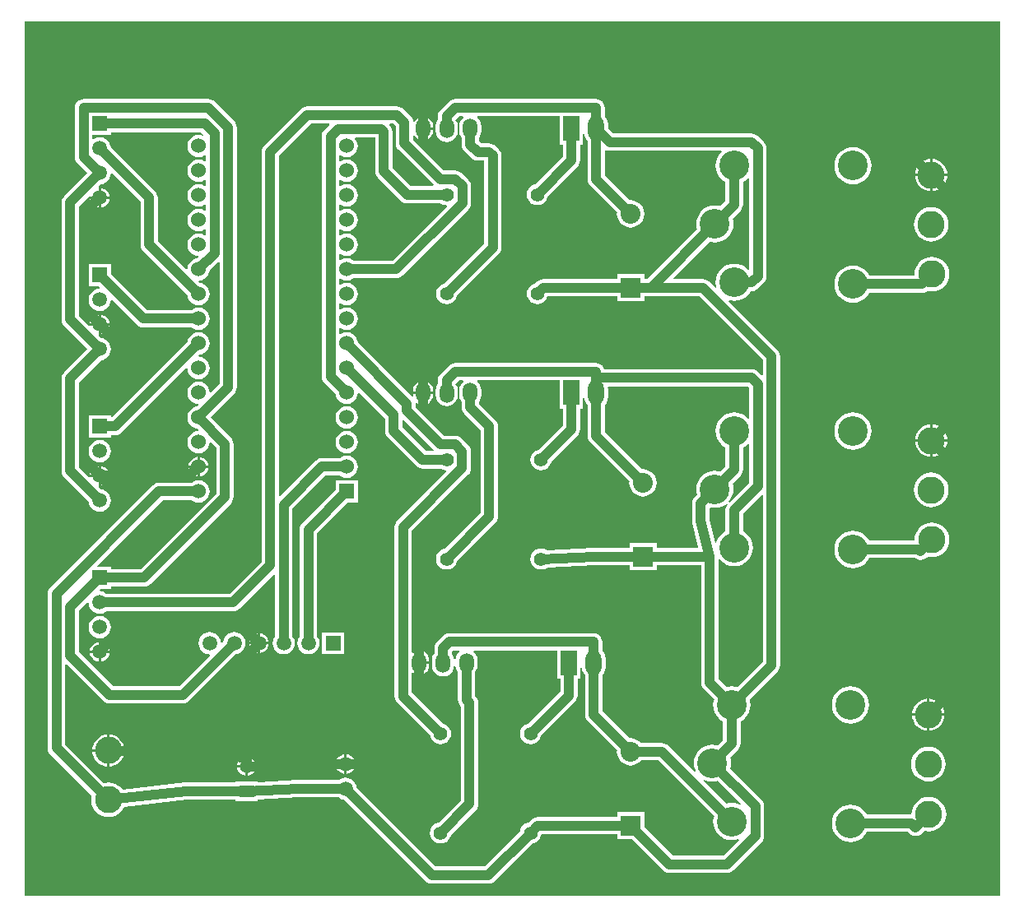
<source format=gbr>
G04*
G04 #@! TF.GenerationSoftware,Altium Limited,Altium Designer,23.2.1 (34)*
G04*
G04 Layer_Physical_Order=2*
G04 Layer_Color=16711680*
%FSTAX24Y24*%
%MOIN*%
G70*
G04*
G04 #@! TF.SameCoordinates,BC3F6091-25B6-48BF-90D5-32B1282762A0*
G04*
G04*
G04 #@! TF.FilePolarity,Positive*
G04*
G01*
G75*
%ADD33C,0.0800*%
%ADD34R,0.0800X0.0800*%
%ADD35C,0.1100*%
%ADD36C,0.0551*%
%ADD37O,0.0650X0.1000*%
%ADD38R,0.0650X0.1000*%
%ADD39C,0.0591*%
%ADD40R,0.0591X0.0512*%
%ADD41O,0.0591X0.0512*%
%ADD42C,0.0598*%
%ADD43R,0.0598X0.0598*%
%ADD44C,0.1200*%
%ADD45R,0.0591X0.0591*%
%ADD46C,0.0600*%
%ADD47R,0.0600X0.0600*%
%ADD48O,0.0591X0.0787*%
%ADD49O,0.0591X0.0787*%
%ADD50C,0.0400*%
G36*
X05205Y01315D02*
X01255D01*
Y0486D01*
X05205D01*
Y01315D01*
D02*
G37*
%LPC*%
G36*
X028745Y04475D02*
Y044309D01*
X029094D01*
Y044358D01*
X02908Y044461D01*
X029041Y044557D01*
X028977Y04464D01*
X028895Y044703D01*
X028798Y044743D01*
X028745Y04475D01*
D02*
G37*
G36*
X029094Y044209D02*
X028745D01*
Y043769D01*
X028798Y043776D01*
X028895Y043816D01*
X028977Y043879D01*
X029041Y043962D01*
X02908Y044058D01*
X029094Y044161D01*
Y044209D01*
D02*
G37*
G36*
X0357Y045453D02*
X03D01*
X029909Y045441D01*
X029823Y045406D01*
X02975Y04535D01*
X0294Y045D01*
X029344Y044927D01*
X029309Y044841D01*
X029297Y04475D01*
Y04462D01*
X029261Y044573D01*
X029216Y044465D01*
X029201Y044348D01*
Y044152D01*
X029216Y044035D01*
X029261Y043927D01*
X029332Y043834D01*
X029425Y043763D01*
X029534Y043718D01*
X02965Y043702D01*
X029766Y043718D01*
X029875Y043763D01*
X029968Y043834D01*
X030039Y043927D01*
X030084Y044035D01*
X030099Y044152D01*
Y044348D01*
X030084Y044465D01*
X030039Y044573D01*
X03001Y044611D01*
X030146Y044747D01*
X030298D01*
X030315Y044697D01*
X030287Y044675D01*
X030216Y044582D01*
X030171Y044474D01*
X030156Y044358D01*
Y044161D01*
X030171Y044045D01*
X030216Y043936D01*
X030252Y04389D01*
Y043613D01*
X030264Y043522D01*
X030299Y043437D01*
X030355Y043364D01*
X030665Y043054D01*
X030738Y042998D01*
X030823Y042963D01*
X030914Y042951D01*
X030914Y042951D01*
X031168D01*
Y039579D01*
X029569Y037981D01*
X029539Y037977D01*
X029435Y037934D01*
X029346Y037866D01*
X029278Y037777D01*
X029235Y037673D01*
X029221Y037562D01*
X029235Y037451D01*
X029278Y037348D01*
X029346Y037259D01*
X029435Y037191D01*
X029539Y037148D01*
X02965Y037133D01*
X029761Y037148D01*
X029865Y037191D01*
X029954Y037259D01*
X030022Y037348D01*
X030065Y037451D01*
X030069Y037482D01*
X03177Y039184D01*
X031827Y039257D01*
X031862Y039342D01*
X031874Y039433D01*
Y043159D01*
X031874Y043159D01*
X031862Y04325D01*
X031827Y043335D01*
X03177Y043408D01*
X031625Y043553D01*
X031552Y043609D01*
X031467Y043645D01*
X031376Y043657D01*
X03106D01*
X030958Y043759D01*
Y04389D01*
X030994Y043936D01*
X031039Y044045D01*
X031054Y044161D01*
Y044358D01*
X031039Y044474D01*
X030994Y044582D01*
X030922Y044675D01*
X030894Y044697D01*
X030911Y044747D01*
X034225D01*
Y0436D01*
X034347D01*
Y043101D01*
X033243Y041997D01*
X033213Y041993D01*
X033109Y04195D01*
X03302Y041882D01*
X032952Y041793D01*
X032909Y041689D01*
X032894Y041578D01*
X032909Y041467D01*
X032952Y041364D01*
X03302Y041275D01*
X033109Y041206D01*
X033213Y041164D01*
X033324Y041149D01*
X033435Y041164D01*
X033538Y041206D01*
X033627Y041275D01*
X033695Y041364D01*
X033738Y041467D01*
X033742Y041498D01*
X03495Y042705D01*
X035006Y042778D01*
X035041Y042863D01*
X035053Y042955D01*
Y0436D01*
X035175D01*
Y044041D01*
X035225Y044044D01*
X035237Y043951D01*
X035285Y043835D01*
X035347Y043755D01*
Y0422D01*
X035359Y042109D01*
X035394Y042023D01*
X03545Y04195D01*
X036552Y040849D01*
X036545Y0408D01*
X036564Y040656D01*
X03662Y040523D01*
X036708Y040408D01*
X036823Y04032D01*
X036956Y040264D01*
X0371Y040245D01*
X037244Y040264D01*
X037377Y04032D01*
X037492Y040408D01*
X03758Y040523D01*
X037636Y040656D01*
X037655Y0408D01*
X037636Y040944D01*
X03758Y041077D01*
X037492Y041192D01*
X037377Y04128D01*
X037244Y041336D01*
X0371Y041355D01*
X037051Y041348D01*
X036053Y042346D01*
Y043349D01*
X036103Y043382D01*
X036159Y043359D01*
X03625Y043347D01*
X040768D01*
X040785Y0433D01*
X040764Y043283D01*
X04067Y043169D01*
X040601Y043038D01*
X040558Y042897D01*
X040543Y04275D01*
X040558Y042603D01*
X040601Y042462D01*
X04067Y042331D01*
X040764Y042217D01*
X040878Y042123D01*
X040944Y042088D01*
Y041321D01*
X040728Y041105D01*
X040656Y041127D01*
X040509Y041141D01*
X040362Y041127D01*
X040221Y041084D01*
X040091Y041014D01*
X039977Y040921D01*
X039883Y040806D01*
X039813Y040676D01*
X03977Y040535D01*
X039756Y040388D01*
X03977Y040241D01*
X039792Y04017D01*
X037775Y038153D01*
X03765D01*
Y03835D01*
X03655D01*
Y038153D01*
X033561D01*
X03347Y038141D01*
X033385Y038106D01*
X033312Y03805D01*
X033243Y037981D01*
X033213Y037977D01*
X033109Y037934D01*
X03302Y037866D01*
X032952Y037777D01*
X032909Y037673D01*
X032894Y037562D01*
X032909Y037451D01*
X032952Y037348D01*
X03302Y037259D01*
X033109Y037191D01*
X033213Y037148D01*
X033324Y037133D01*
X033435Y037148D01*
X033538Y037191D01*
X033627Y037259D01*
X033695Y037348D01*
X033736Y037447D01*
X03655D01*
Y03725D01*
X03765D01*
Y037447D01*
X039884D01*
X042447Y034884D01*
Y034278D01*
X042401Y034258D01*
X04225Y03441D01*
X042177Y034466D01*
X042091Y034501D01*
X042Y034513D01*
X036032D01*
X036006Y034577D01*
X03595Y03465D01*
X035877Y034706D01*
X035791Y034741D01*
X0357Y034753D01*
X03D01*
X029909Y034741D01*
X029823Y034706D01*
X02975Y03465D01*
X0294Y0343D01*
X029344Y034227D01*
X029309Y034141D01*
X029297Y03405D01*
Y033916D01*
X029261Y033869D01*
X029216Y033761D01*
X029201Y033645D01*
Y033448D01*
X029216Y033332D01*
X029261Y033224D01*
X029332Y03313D01*
X029425Y033059D01*
X029534Y033014D01*
X02965Y032999D01*
X029766Y033014D01*
X029875Y033059D01*
X029968Y03313D01*
X030039Y033224D01*
X030084Y033332D01*
X030099Y033448D01*
Y033645D01*
X030084Y033761D01*
X030039Y033869D01*
X030008Y033909D01*
X030146Y034047D01*
X030303D01*
X03032Y033997D01*
X030287Y033972D01*
X030216Y033879D01*
X030171Y033771D01*
X030156Y033654D01*
Y033457D01*
X030171Y033341D01*
X030216Y033233D01*
X030252Y033186D01*
Y03296D01*
X030264Y032869D01*
X030299Y032783D01*
X030355Y03271D01*
X031023Y032043D01*
Y028684D01*
X029569Y027231D01*
X029539Y027227D01*
X029435Y027184D01*
X029346Y027116D01*
X029278Y027027D01*
X029235Y026923D01*
X029221Y026812D01*
X029235Y026701D01*
X029278Y026598D01*
X029346Y026509D01*
X029435Y026441D01*
X029539Y026398D01*
X02965Y026383D01*
X029761Y026398D01*
X029865Y026441D01*
X029954Y026509D01*
X030022Y026598D01*
X030065Y026701D01*
X030069Y026732D01*
X031625Y028288D01*
X031681Y028361D01*
X031717Y028447D01*
X031729Y028538D01*
Y032189D01*
X031717Y03228D01*
X031681Y032366D01*
X031625Y032439D01*
X030958Y033106D01*
Y033186D01*
X030994Y033233D01*
X031039Y033341D01*
X031054Y033457D01*
Y033654D01*
X031039Y033771D01*
X030994Y033879D01*
X030922Y033972D01*
X03089Y033997D01*
X030907Y034047D01*
X034225D01*
Y0329D01*
X034347D01*
Y032201D01*
X033393Y031247D01*
X033363Y031243D01*
X033259Y0312D01*
X03317Y031132D01*
X033102Y031043D01*
X033059Y030939D01*
X033044Y030828D01*
X033059Y030717D01*
X033102Y030614D01*
X03317Y030525D01*
X033259Y030456D01*
X033363Y030414D01*
X033474Y030399D01*
X033585Y030414D01*
X033688Y030456D01*
X033777Y030525D01*
X033845Y030614D01*
X033888Y030717D01*
X033892Y030748D01*
X03495Y031805D01*
X035006Y031878D01*
X035041Y031963D01*
X035053Y032055D01*
Y0329D01*
X035175D01*
Y033341D01*
X035225Y033344D01*
X035237Y033251D01*
X035285Y033135D01*
X035347Y033055D01*
Y0318D01*
X035359Y031709D01*
X035394Y031623D01*
X03545Y03155D01*
X037052Y029949D01*
X037045Y0299D01*
X037064Y029756D01*
X03712Y029623D01*
X037208Y029508D01*
X037323Y02942D01*
X037456Y029364D01*
X0376Y029345D01*
X037744Y029364D01*
X037877Y02942D01*
X037992Y029508D01*
X03808Y029623D01*
X038136Y029756D01*
X038155Y0299D01*
X038136Y030044D01*
X03808Y030177D01*
X037992Y030292D01*
X037877Y03038D01*
X037744Y030436D01*
X0376Y030455D01*
X037551Y030448D01*
X036053Y031946D01*
Y033055D01*
X036115Y033135D01*
X036163Y033251D01*
X036179Y033375D01*
Y033725D01*
X036173Y033769D01*
X036206Y033807D01*
X041854D01*
X041897Y033764D01*
Y032525D01*
X04185Y032508D01*
X04183Y032533D01*
X041716Y032627D01*
X041585Y032696D01*
X041444Y032739D01*
X041297Y032754D01*
X04115Y032739D01*
X041008Y032696D01*
X040878Y032627D01*
X040764Y032533D01*
X04067Y032419D01*
X040601Y032288D01*
X040558Y032147D01*
X040543Y032D01*
X040558Y031853D01*
X040601Y031712D01*
X04067Y031581D01*
X040764Y031467D01*
X040878Y031373D01*
X040944Y031338D01*
Y030571D01*
X040728Y030355D01*
X040656Y030377D01*
X040509Y030391D01*
X040362Y030377D01*
X040221Y030334D01*
X040091Y030264D01*
X039977Y030171D01*
X039883Y030056D01*
X039813Y029926D01*
X03977Y029785D01*
X039756Y029638D01*
X03977Y029491D01*
X039792Y02942D01*
X03969Y029318D01*
X039634Y029245D01*
X039599Y02916D01*
X039587Y029068D01*
Y028351D01*
X039593Y028308D01*
X039597Y028266D01*
X039839Y027292D01*
X039808Y027253D01*
X03815D01*
Y02745D01*
X03705D01*
Y027253D01*
X035628D01*
X03562Y027252D01*
X035613Y027253D01*
X0337Y027175D01*
X033688Y027184D01*
X033585Y027227D01*
X033474Y027242D01*
X033363Y027227D01*
X033259Y027184D01*
X03317Y027116D01*
X033102Y027027D01*
X033059Y026923D01*
X033044Y026812D01*
X033059Y026701D01*
X033102Y026598D01*
X03317Y026509D01*
X033259Y026441D01*
X033363Y026398D01*
X033474Y026383D01*
X033585Y026398D01*
X033688Y026441D01*
X033726Y026469D01*
X035635Y026547D01*
X03705D01*
Y02635D01*
X03815D01*
Y026547D01*
X039947D01*
Y021797D01*
X039959Y021705D01*
X039994Y02162D01*
X04005Y021547D01*
X040479Y021118D01*
X040458Y021047D01*
X040443Y0209D01*
X040458Y020753D01*
X040501Y020612D01*
X04057Y020481D01*
X040664Y020367D01*
X040778Y020273D01*
X040844Y020238D01*
Y019471D01*
X040628Y019255D01*
X040556Y019277D01*
X040409Y019291D01*
X040262Y019277D01*
X040121Y019234D01*
X039991Y019164D01*
X039877Y019071D01*
X039783Y018956D01*
X039713Y018826D01*
X03967Y018685D01*
X039656Y018538D01*
X03967Y018391D01*
X039713Y018249D01*
X039736Y018206D01*
X039696Y018176D01*
X038622Y01925D01*
X038549Y019306D01*
X038464Y019341D01*
X038372Y019353D01*
X037522D01*
X037492Y019392D01*
X037377Y01948D01*
X037244Y019536D01*
X0371Y019555D01*
X037051Y019548D01*
X035953Y020646D01*
Y022105D01*
X036015Y022185D01*
X036063Y022301D01*
X036079Y022425D01*
Y022775D01*
X036063Y022899D01*
X036015Y023015D01*
X035953Y023095D01*
Y02345D01*
X035941Y023541D01*
X035906Y023627D01*
X03585Y0237D01*
X035777Y023756D01*
X035691Y023791D01*
X0356Y023803D01*
X02975D01*
X029659Y023791D01*
X029573Y023756D01*
X0295Y0237D01*
X02925Y02345D01*
X029194Y023377D01*
X029159Y023291D01*
X029147Y0232D01*
Y02297D01*
X029111Y022923D01*
X029066Y022815D01*
X029051Y022698D01*
Y022502D01*
X029066Y022385D01*
X029111Y022277D01*
X029182Y022184D01*
X029275Y022113D01*
X029384Y022068D01*
X0295Y022052D01*
X029616Y022068D01*
X029725Y022113D01*
X029818Y022184D01*
X029889Y022277D01*
X029934Y022385D01*
X029949Y022502D01*
Y022698D01*
X029934Y022815D01*
X029889Y022923D01*
X029853Y02297D01*
Y023054D01*
X029896Y023097D01*
X030148D01*
X030165Y023047D01*
X030137Y023025D01*
X030066Y022932D01*
X030021Y022824D01*
X030006Y022708D01*
Y022511D01*
X030021Y022395D01*
X030066Y022286D01*
X030102Y02224D01*
Y021107D01*
X030114Y021016D01*
X030149Y020931D01*
X030205Y020858D01*
X030223Y02084D01*
Y017034D01*
X029319Y016131D01*
X029289Y016127D01*
X029185Y016084D01*
X029096Y016016D01*
X029028Y015927D01*
X028985Y015824D01*
X028971Y015712D01*
X028985Y015601D01*
X029028Y015498D01*
X029096Y015409D01*
X029185Y015341D01*
X029289Y015298D01*
X0294Y015283D01*
X029511Y015298D01*
X029615Y015341D01*
X029704Y015409D01*
X029772Y015498D01*
X029815Y015601D01*
X029819Y015632D01*
X030825Y016638D01*
X030881Y016711D01*
X030917Y016797D01*
X030929Y016888D01*
Y020986D01*
X030917Y021078D01*
X030881Y021163D01*
X030825Y021236D01*
X030808Y021254D01*
Y02224D01*
X030844Y022286D01*
X030889Y022395D01*
X030904Y022511D01*
Y022708D01*
X030889Y022824D01*
X030844Y022932D01*
X030772Y023025D01*
X030744Y023047D01*
X030761Y023097D01*
X034125D01*
Y02195D01*
X034247D01*
Y021426D01*
X032968Y020147D01*
X032938Y020143D01*
X032834Y0201D01*
X032745Y020032D01*
X032677Y019943D01*
X032634Y019839D01*
X032619Y019728D01*
X032634Y019617D01*
X032677Y019514D01*
X032745Y019425D01*
X032834Y019356D01*
X032938Y019314D01*
X033049Y019299D01*
X03316Y019314D01*
X033263Y019356D01*
X033352Y019425D01*
X03342Y019514D01*
X033463Y019617D01*
X033467Y019648D01*
X03485Y02103D01*
X034906Y021103D01*
X034941Y021188D01*
X034953Y02128D01*
Y02195D01*
X035075D01*
Y022391D01*
X035125Y022394D01*
X035137Y022301D01*
X035185Y022185D01*
X035247Y022105D01*
Y0205D01*
X035259Y020409D01*
X035294Y020323D01*
X03535Y02025D01*
X036552Y019049D01*
X036545Y019D01*
X036564Y018856D01*
X03662Y018723D01*
X036708Y018608D01*
X036823Y01852D01*
X036956Y018464D01*
X0371Y018445D01*
X037244Y018464D01*
X037377Y01852D01*
X037492Y018608D01*
X037522Y018647D01*
X038226D01*
X040479Y016394D01*
X040458Y016323D01*
X040443Y016176D01*
X040458Y016029D01*
X040501Y015887D01*
X04057Y015757D01*
X040664Y015643D01*
X040778Y015549D01*
X040908Y015479D01*
X04105Y015436D01*
X041197Y015422D01*
X041344Y015436D01*
X041462Y015472D01*
X041489Y015428D01*
X040854Y014793D01*
X038806D01*
X03765Y015949D01*
Y01655D01*
X03655D01*
Y016353D01*
X033336D01*
X033245Y016341D01*
X03316Y016306D01*
X033087Y01625D01*
X032968Y016131D01*
X032938Y016127D01*
X032834Y016084D01*
X032745Y016016D01*
X032677Y015927D01*
X032634Y015824D01*
X03263Y015793D01*
X03119Y014353D01*
X029196D01*
X025992Y017558D01*
X025984Y017616D01*
X025939Y017725D01*
X025868Y017818D01*
X025775Y017889D01*
X025666Y017934D01*
X02555Y017949D01*
X025434Y017934D01*
X025325Y017889D01*
X025279Y017853D01*
X02365D01*
X023642Y017852D01*
X023633Y017853D01*
X022027Y017776D01*
X021995Y017806D01*
Y017806D01*
X021105D01*
Y017753D01*
X0191D01*
X019081Y01775D01*
X019061Y017751D01*
X016513Y017468D01*
X016447Y017547D01*
X016341Y017635D01*
X016219Y0177D01*
X016087Y01774D01*
X01595Y017753D01*
X015813Y01774D01*
X015772Y017727D01*
X014203Y019296D01*
Y022542D01*
X014249Y022562D01*
X01575Y02106D01*
X015823Y021004D01*
X015909Y020969D01*
X016Y020957D01*
X01896D01*
X019051Y020969D01*
X019137Y021004D01*
X01921Y02106D01*
X021108Y022958D01*
X021166Y022966D01*
X021275Y023011D01*
X021368Y023082D01*
X021439Y023175D01*
X021484Y023284D01*
X021499Y0234D01*
X021484Y023516D01*
X021439Y023625D01*
X021368Y023718D01*
X021275Y023789D01*
X021166Y023834D01*
X02105Y023849D01*
X020934Y023834D01*
X020825Y023789D01*
X020732Y023718D01*
X020661Y023625D01*
X020616Y023516D01*
X020608Y023458D01*
X020546Y023395D01*
X020497Y023417D01*
X020484Y023516D01*
X020439Y023625D01*
X020368Y023718D01*
X020275Y023789D01*
X020166Y023834D01*
X02005Y023849D01*
X019934Y023834D01*
X019825Y023789D01*
X019732Y023718D01*
X019661Y023625D01*
X019616Y023516D01*
X019601Y0234D01*
X019616Y023284D01*
X019661Y023175D01*
X019732Y023082D01*
X019825Y023011D01*
X019934Y022966D01*
X020033Y022953D01*
X020055Y022904D01*
X018814Y021663D01*
X016146D01*
X014753Y023056D01*
Y024704D01*
X015099Y02505D01*
X01515Y02503D01*
X015162Y024933D01*
X015208Y024823D01*
X01528Y02473D01*
X015373Y024658D01*
X015483Y024612D01*
X0156Y024597D01*
X015717Y024612D01*
X015827Y024658D01*
X015878Y024697D01*
X021D01*
X021091Y024709D01*
X021177Y024744D01*
X02125Y0248D01*
X022651Y026202D01*
X022697Y026182D01*
Y023671D01*
X022661Y023625D01*
X022616Y023516D01*
X022601Y0234D01*
X022616Y023284D01*
X022661Y023175D01*
X022732Y023082D01*
X022825Y023011D01*
X022934Y022966D01*
X02305Y022951D01*
X023166Y022966D01*
X023275Y023011D01*
X023368Y023082D01*
X023439Y023175D01*
X023484Y023284D01*
X023499Y0234D01*
X023484Y023516D01*
X023439Y023625D01*
X023403Y023671D01*
Y028854D01*
X024746Y030197D01*
X025321D01*
X025373Y030157D01*
X025483Y030112D01*
X0256Y030096D01*
X025717Y030112D01*
X025827Y030157D01*
X025921Y030229D01*
X025993Y030323D01*
X026038Y030433D01*
X026054Y03055D01*
X026038Y030667D01*
X025993Y030777D01*
X025921Y030871D01*
X025827Y030943D01*
X025717Y030988D01*
X0256Y031004D01*
X025483Y030988D01*
X025373Y030943D01*
X025321Y030903D01*
X0246D01*
X024509Y030891D01*
X024423Y030856D01*
X02435Y0308D01*
X022899Y029348D01*
X022853Y029368D01*
Y043154D01*
X024146Y044447D01*
X024887D01*
X024907Y044401D01*
X0247Y044195D01*
X024644Y044122D01*
X024609Y044036D01*
X024597Y043945D01*
Y0342D01*
X024609Y034109D01*
X024644Y034023D01*
X0247Y03395D01*
X025153Y033498D01*
X025162Y033433D01*
X025207Y033323D01*
X025279Y033229D01*
X025373Y033157D01*
X025483Y033112D01*
X0256Y033096D01*
X025717Y033112D01*
X025827Y033157D01*
X025921Y033229D01*
X025993Y033323D01*
X026038Y033433D01*
X026051Y033529D01*
X026102Y033549D01*
X027147Y032504D01*
Y032D01*
X027159Y031909D01*
X027194Y031823D01*
X02725Y03175D01*
X028422Y030579D01*
X028495Y030522D01*
X02858Y030487D01*
X028672Y030475D01*
X029411D01*
X029435Y030456D01*
X029539Y030414D01*
X029623Y030403D01*
X02964Y03035D01*
X02764Y02835D01*
X027584Y028277D01*
X027549Y028191D01*
X027537Y0281D01*
Y021238D01*
X027549Y021147D01*
X027584Y021062D01*
X02764Y020989D01*
X028981Y019648D01*
X028985Y019617D01*
X029028Y019514D01*
X029096Y019425D01*
X029185Y019356D01*
X029289Y019314D01*
X0294Y019299D01*
X029511Y019314D01*
X029615Y019356D01*
X029704Y019425D01*
X029772Y019514D01*
X029815Y019617D01*
X029829Y019728D01*
X029815Y019839D01*
X029772Y019943D01*
X029704Y020032D01*
X029615Y0201D01*
X029511Y020143D01*
X029481Y020147D01*
X028243Y021384D01*
Y022182D01*
X028293Y022206D01*
X028346Y022166D01*
X028442Y022126D01*
X028495Y022119D01*
Y022609D01*
Y0231D01*
X028442Y023093D01*
X028346Y023053D01*
X028293Y023012D01*
X028243Y023037D01*
Y027954D01*
X030525Y030236D01*
X030581Y030309D01*
X030617Y030394D01*
X030629Y030486D01*
Y031178D01*
X030617Y03127D01*
X030581Y031355D01*
X030525Y031428D01*
X03025Y031703D01*
X030177Y031759D01*
X030091Y031795D01*
X03Y031807D01*
X029552D01*
X028393Y032966D01*
Y03311D01*
X02839Y03313D01*
X028437Y033157D01*
X028496Y033112D01*
X028592Y033072D01*
X028645Y033065D01*
Y033506D01*
X028297D01*
Y033457D01*
X028302Y033418D01*
X028254Y033395D01*
X026047Y035602D01*
X026038Y035667D01*
X025993Y035777D01*
X025921Y035871D01*
X025827Y035943D01*
X025717Y035988D01*
X0256Y036004D01*
X025483Y035988D01*
X025373Y035943D01*
X025348Y035924D01*
X025303Y035946D01*
Y036154D01*
X025348Y036176D01*
X025373Y036157D01*
X025483Y036112D01*
X0256Y036096D01*
X025717Y036112D01*
X025827Y036157D01*
X025921Y036229D01*
X025993Y036323D01*
X026038Y036433D01*
X026054Y03655D01*
X026038Y036667D01*
X025993Y036777D01*
X025921Y036871D01*
X025827Y036943D01*
X025717Y036988D01*
X0256Y037004D01*
X025483Y036988D01*
X025373Y036943D01*
X025348Y036924D01*
X025303Y036946D01*
Y037154D01*
X025348Y037176D01*
X025373Y037157D01*
X025483Y037112D01*
X0256Y037096D01*
X025717Y037112D01*
X025827Y037157D01*
X025921Y037229D01*
X025993Y037323D01*
X026038Y037433D01*
X026054Y03755D01*
X026038Y037667D01*
X025993Y037777D01*
X025921Y037871D01*
X025827Y037943D01*
X025717Y037988D01*
X0256Y038004D01*
X025483Y037988D01*
X025373Y037943D01*
X025348Y037924D01*
X025303Y037946D01*
Y038154D01*
X025348Y038176D01*
X025373Y038157D01*
X025483Y038112D01*
X0256Y038096D01*
X025717Y038112D01*
X025827Y038157D01*
X025879Y038197D01*
X0276D01*
X027691Y038209D01*
X027777Y038244D01*
X02785Y0383D01*
X03053Y04098D01*
X030586Y041053D01*
X030621Y041139D01*
X030633Y04123D01*
Y041924D01*
X030621Y042015D01*
X030586Y0421D01*
X03053Y042173D01*
X03025Y042453D01*
X030177Y042509D01*
X030091Y042545D01*
X03Y042557D01*
X029536D01*
X028293Y0438D01*
Y043969D01*
X028343Y043979D01*
X02835Y043962D01*
X028413Y043879D01*
X028496Y043816D01*
X028592Y043776D01*
X028645Y043769D01*
Y044259D01*
Y04475D01*
X028592Y044743D01*
X028496Y044703D01*
X028413Y04464D01*
X02835Y044557D01*
X028339Y044531D01*
X028288Y044538D01*
X028281Y044591D01*
X028246Y044677D01*
X02819Y04475D01*
X02789Y04505D01*
X027817Y045106D01*
X027731Y045141D01*
X02764Y045153D01*
X024D01*
X023909Y045141D01*
X023823Y045106D01*
X02375Y04505D01*
X02225Y04355D01*
X022194Y043477D01*
X022159Y043391D01*
X022147Y0433D01*
Y026696D01*
X020854Y025403D01*
X015878D01*
X015827Y025442D01*
X015717Y025488D01*
X01562Y0255D01*
X0156Y025551D01*
X01565Y025601D01*
X016049D01*
Y025697D01*
X0174D01*
X017491Y025709D01*
X017577Y025744D01*
X01765Y0258D01*
X02092Y02907D01*
X020976Y029143D01*
X021011Y029229D01*
X021023Y02932D01*
Y03148D01*
X021023Y03148D01*
X021011Y031571D01*
X020976Y031657D01*
X02092Y03173D01*
X02092Y03173D01*
X020099Y03255D01*
X02105Y0335D01*
X021106Y033573D01*
X021141Y033659D01*
X021153Y03375D01*
Y04431D01*
X021141Y044401D01*
X021106Y044487D01*
X02105Y04456D01*
X02026Y045349D01*
X020187Y045405D01*
X020102Y04544D01*
X020011Y045452D01*
X014951D01*
X014859Y04544D01*
X014774Y045405D01*
X014701Y045349D01*
X014645Y045276D01*
X01461Y045191D01*
X014598Y045099D01*
Y043099D01*
X01461Y043008D01*
X014645Y042923D01*
X014701Y04285D01*
X015101Y04245D01*
X01415Y0415D01*
X014094Y041427D01*
X014059Y041341D01*
X014047Y04125D01*
Y036517D01*
X014059Y036425D01*
X014094Y03634D01*
X01415Y036267D01*
X015101Y035317D01*
X01415Y034366D01*
X014094Y034293D01*
X014059Y034208D01*
X014047Y034117D01*
Y030383D01*
X014059Y030292D01*
X014094Y030207D01*
X01415Y030134D01*
X015154Y02913D01*
X015162Y029066D01*
X015208Y028957D01*
X01528Y028863D01*
X015373Y028791D01*
X015483Y028746D01*
X0156Y02873D01*
X015717Y028746D01*
X015827Y028791D01*
X01592Y028863D01*
X015992Y028957D01*
X016038Y029066D01*
X016053Y029183D01*
X016038Y029301D01*
X015992Y02941D01*
X01592Y029504D01*
X015827Y029576D01*
X015717Y029621D01*
X015653Y029629D01*
X015545Y029737D01*
X01555Y029747D01*
Y030133D01*
X015164D01*
X015154Y030128D01*
X014753Y03053D01*
Y03397D01*
X015653Y034871D01*
X015717Y034879D01*
X015827Y034924D01*
X01592Y034996D01*
X015992Y03509D01*
X016038Y035199D01*
X016053Y035317D01*
X016038Y035434D01*
X015992Y035543D01*
X01592Y035637D01*
X015827Y035709D01*
X015717Y035754D01*
X015653Y035763D01*
X015545Y035871D01*
X01555Y035881D01*
Y036267D01*
X015164D01*
X015154Y036262D01*
X014753Y036663D01*
Y041104D01*
X015154Y041505D01*
X015164Y0415D01*
X01555D01*
Y041886D01*
X015545Y041896D01*
X015653Y042004D01*
X015717Y042012D01*
X015827Y042058D01*
X01592Y04213D01*
X015992Y042223D01*
X016038Y042333D01*
X01605Y04243D01*
X016101Y04245D01*
X017247Y041304D01*
Y03955D01*
X017259Y039459D01*
X017294Y039373D01*
X01735Y0393D01*
X019153Y037498D01*
X019162Y037433D01*
X019207Y037323D01*
X019279Y037229D01*
X019373Y037157D01*
X019483Y037112D01*
X0196Y037096D01*
X019717Y037112D01*
X019827Y037157D01*
X019921Y037229D01*
X019993Y037323D01*
X020038Y037433D01*
X020054Y03755D01*
X020038Y037667D01*
X019993Y037777D01*
X019921Y037871D01*
X019827Y037943D01*
X019717Y037988D01*
X019652Y037997D01*
X019601Y038048D01*
X019621Y038099D01*
X019717Y038112D01*
X019827Y038157D01*
X019921Y038229D01*
X019993Y038323D01*
X020038Y038433D01*
X020047Y038498D01*
X020401Y038852D01*
X020447Y038832D01*
Y033896D01*
X020102Y033551D01*
X020051Y033571D01*
X020038Y033667D01*
X019993Y033777D01*
X019921Y033871D01*
X019827Y033943D01*
X019717Y033988D01*
X0196Y034004D01*
X019483Y033988D01*
X019373Y033943D01*
X019279Y033871D01*
X019207Y033777D01*
X019162Y033667D01*
X019146Y03355D01*
X019162Y033433D01*
X019207Y033323D01*
X019279Y033229D01*
X019373Y033157D01*
X019483Y033112D01*
X019579Y033099D01*
X019599Y033048D01*
X019548Y032997D01*
X019483Y032988D01*
X019373Y032943D01*
X019279Y032871D01*
X019207Y032777D01*
X019162Y032667D01*
X019146Y03255D01*
X019162Y032433D01*
X019207Y032323D01*
X019279Y032229D01*
X019373Y032157D01*
X019483Y032112D01*
X019548Y032103D01*
X019599Y032052D01*
X019579Y032001D01*
X019483Y031988D01*
X019373Y031943D01*
X019279Y031871D01*
X019207Y031777D01*
X019162Y031667D01*
X019146Y03155D01*
X019162Y031433D01*
X019207Y031323D01*
X019279Y031229D01*
X019373Y031157D01*
X019483Y031112D01*
X0196Y031096D01*
X019717Y031112D01*
X019827Y031157D01*
X019921Y031229D01*
X019993Y031323D01*
X020038Y031433D01*
X020051Y031529D01*
X020102Y031549D01*
X020317Y031334D01*
Y029466D01*
X017254Y026403D01*
X016049D01*
Y026499D01*
X015514D01*
X015495Y026545D01*
X018146Y029197D01*
X019321D01*
X019373Y029157D01*
X019483Y029112D01*
X0196Y029096D01*
X019717Y029112D01*
X019827Y029157D01*
X019921Y029229D01*
X019993Y029323D01*
X020038Y029433D01*
X020054Y02955D01*
X020038Y029667D01*
X019993Y029777D01*
X019921Y029871D01*
X019827Y029943D01*
X019717Y029988D01*
X0196Y030004D01*
X019483Y029988D01*
X019373Y029943D01*
X019321Y029903D01*
X018D01*
X017909Y029891D01*
X017823Y029856D01*
X01775Y0298D01*
X0136Y02565D01*
X013544Y025577D01*
X013509Y025491D01*
X013497Y0254D01*
Y01915D01*
X013509Y019059D01*
X013544Y018973D01*
X0136Y0189D01*
X015273Y017228D01*
X01526Y017187D01*
X015247Y01705D01*
X01526Y016913D01*
X0153Y016781D01*
X015365Y016659D01*
X015453Y016553D01*
X015559Y016465D01*
X015681Y0164D01*
X015813Y01636D01*
X01595Y016347D01*
X016087Y01636D01*
X016219Y0164D01*
X016341Y016465D01*
X016447Y016553D01*
X016535Y016659D01*
X016592Y016766D01*
X01912Y017047D01*
X021105D01*
Y016994D01*
X021995D01*
Y017068D01*
X023658Y017147D01*
X025279D01*
X025325Y017111D01*
X025434Y017066D01*
X025492Y017058D01*
X0288Y01375D01*
X028873Y013694D01*
X028959Y013659D01*
X02905Y013647D01*
X031336D01*
X031428Y013659D01*
X031513Y013694D01*
X031586Y01375D01*
X033129Y015294D01*
X03316Y015298D01*
X033263Y015341D01*
X033352Y015409D01*
X03342Y015498D01*
X033463Y015601D01*
X033467Y015632D01*
X033482Y015647D01*
X03655D01*
Y01545D01*
X037151D01*
X03841Y01419D01*
X038483Y014134D01*
X038569Y014099D01*
X03866Y014087D01*
X041D01*
X041091Y014099D01*
X041177Y014134D01*
X04125Y01419D01*
X0424Y01534D01*
X042456Y015413D01*
X042491Y015499D01*
X042503Y01559D01*
X042503Y01559D01*
Y016797D01*
X042503Y016797D01*
X042491Y016889D01*
X042456Y016974D01*
X0424Y017047D01*
X041127Y01832D01*
X041149Y018391D01*
X041163Y018538D01*
X041149Y018685D01*
X041127Y018756D01*
X041446Y019076D01*
X041503Y019149D01*
X041538Y019234D01*
X04155Y019325D01*
Y020238D01*
X041616Y020273D01*
X04173Y020367D01*
X041823Y020481D01*
X041893Y020612D01*
X041936Y020753D01*
X04195Y0209D01*
X041936Y021047D01*
X041914Y021118D01*
X04305Y022254D01*
X043106Y022327D01*
X043141Y022412D01*
X043153Y022503D01*
Y03503D01*
X043153Y03503D01*
X043141Y035121D01*
X043106Y035207D01*
X04305Y03528D01*
X041071Y037258D01*
X041098Y037302D01*
X04115Y037286D01*
X041297Y037272D01*
X041444Y037286D01*
X041585Y037329D01*
X041716Y037399D01*
X04183Y037493D01*
X041923Y037607D01*
X041956Y037667D01*
X042D01*
X042091Y037679D01*
X042177Y037714D01*
X04225Y03777D01*
X0425Y03802D01*
X042556Y038093D01*
X042591Y038179D01*
X042603Y03827D01*
Y04345D01*
X042591Y043541D01*
X042556Y043627D01*
X0425Y0437D01*
X04225Y04395D01*
X042177Y044006D01*
X042091Y044041D01*
X042Y044053D01*
X036396D01*
X036179Y04427D01*
Y044425D01*
X036163Y044549D01*
X036115Y044665D01*
X036053Y044745D01*
Y0451D01*
X036041Y045191D01*
X036006Y045277D01*
X03595Y04535D01*
X035877Y045406D01*
X035791Y045441D01*
X0357Y045453D01*
D02*
G37*
G36*
X049324Y043024D02*
Y042426D01*
X049922D01*
X049914Y042504D01*
X049877Y042626D01*
X049817Y042739D01*
X049736Y042838D01*
X049637Y042919D01*
X049524Y04298D01*
X049401Y043017D01*
X049324Y043024D01*
D02*
G37*
G36*
X049224D02*
X049146Y043017D01*
X049024Y04298D01*
X048911Y042919D01*
X048812Y042838D01*
X048731Y042739D01*
X04867Y042626D01*
X048633Y042504D01*
X048626Y042426D01*
X049224D01*
Y043024D01*
D02*
G37*
G36*
X0461Y043504D02*
X045953Y043489D01*
X045812Y043446D01*
X045681Y043377D01*
X045567Y043283D01*
X045473Y043169D01*
X045404Y043038D01*
X045361Y042897D01*
X045346Y04275D01*
X045361Y042603D01*
X045404Y042462D01*
X045473Y042331D01*
X045567Y042217D01*
X045681Y042123D01*
X045812Y042054D01*
X045953Y042011D01*
X0461Y041996D01*
X046247Y042011D01*
X046388Y042054D01*
X046519Y042123D01*
X046633Y042217D01*
X046727Y042331D01*
X046796Y042462D01*
X046839Y042603D01*
X046854Y04275D01*
X046839Y042897D01*
X046796Y043038D01*
X046727Y043169D01*
X046633Y043283D01*
X046519Y043377D01*
X046388Y043446D01*
X046247Y043489D01*
X0461Y043504D01*
D02*
G37*
G36*
X049922Y042326D02*
X049324D01*
Y041728D01*
X049401Y041736D01*
X049524Y041773D01*
X049637Y041833D01*
X049736Y041914D01*
X049817Y042013D01*
X049877Y042126D01*
X049914Y042249D01*
X049922Y042326D01*
D02*
G37*
G36*
X049224D02*
X048626D01*
X048633Y042249D01*
X04867Y042126D01*
X048731Y042013D01*
X048812Y041914D01*
X048911Y041833D01*
X049024Y041773D01*
X049146Y041736D01*
X049224Y041728D01*
Y042326D01*
D02*
G37*
G36*
X01565Y041846D02*
Y0415D01*
X015996D01*
X015989Y041554D01*
X015949Y041651D01*
X015885Y041735D01*
X015801Y041799D01*
X015704Y041839D01*
X01565Y041846D01*
D02*
G37*
G36*
X015996Y0414D02*
X01565D01*
Y041054D01*
X015704Y041061D01*
X015801Y041101D01*
X015885Y041165D01*
X015949Y041249D01*
X015989Y041346D01*
X015996Y0414D01*
D02*
G37*
G36*
X01555D02*
X015204D01*
X015211Y041346D01*
X015251Y041249D01*
X015315Y041165D01*
X015399Y041101D01*
X015496Y041061D01*
X01555Y041054D01*
Y0414D01*
D02*
G37*
G36*
X049274Y04108D02*
X049137Y041066D01*
X049005Y041026D01*
X048883Y040961D01*
X048776Y040874D01*
X048689Y040767D01*
X048624Y040645D01*
X048584Y040513D01*
X04857Y040376D01*
X048584Y040239D01*
X048624Y040107D01*
X048689Y039985D01*
X048776Y039879D01*
X048883Y039791D01*
X049005Y039726D01*
X049137Y039686D01*
X049274Y039673D01*
X049411Y039686D01*
X049543Y039726D01*
X049665Y039791D01*
X049771Y039879D01*
X049859Y039985D01*
X049924Y040107D01*
X049964Y040239D01*
X049977Y040376D01*
X049964Y040513D01*
X049924Y040645D01*
X049859Y040767D01*
X049771Y040874D01*
X049665Y040961D01*
X049543Y041026D01*
X049411Y041066D01*
X049274Y04108D01*
D02*
G37*
G36*
X0493Y039053D02*
X049163Y03904D01*
X049031Y039D01*
X048909Y038935D01*
X048803Y038847D01*
X048715Y038741D01*
X04865Y038619D01*
X04861Y038487D01*
X048597Y03835D01*
X048598Y03834D01*
X048564Y038303D01*
X046762D01*
X046727Y038369D01*
X046633Y038483D01*
X046519Y038577D01*
X046388Y038646D01*
X046247Y038689D01*
X0461Y038704D01*
X045953Y038689D01*
X045812Y038646D01*
X045681Y038577D01*
X045567Y038483D01*
X045473Y038369D01*
X045404Y038238D01*
X045361Y038097D01*
X045346Y03795D01*
X045361Y037803D01*
X045404Y037662D01*
X045473Y037531D01*
X045567Y037417D01*
X045681Y037323D01*
X045812Y037254D01*
X045953Y037211D01*
X0461Y037196D01*
X046247Y037211D01*
X046388Y037254D01*
X046519Y037323D01*
X046633Y037417D01*
X046727Y037531D01*
X046762Y037597D01*
X0489D01*
X048991Y037609D01*
X049077Y037644D01*
X049116Y037674D01*
X049163Y03766D01*
X0493Y037647D01*
X049437Y03766D01*
X049569Y0377D01*
X049691Y037765D01*
X049797Y037853D01*
X049885Y037959D01*
X04995Y038081D01*
X04999Y038213D01*
X050003Y03835D01*
X04999Y038487D01*
X04995Y038619D01*
X049885Y038741D01*
X049797Y038847D01*
X049691Y038935D01*
X049569Y039D01*
X049437Y03904D01*
X0493Y039053D01*
D02*
G37*
G36*
X01565Y036713D02*
Y036367D01*
X015996D01*
X015989Y036421D01*
X015949Y036518D01*
X015885Y036601D01*
X015801Y036665D01*
X015704Y036706D01*
X01565Y036713D01*
D02*
G37*
G36*
X01555D02*
X015496Y036706D01*
X015399Y036665D01*
X015315Y036601D01*
X015251Y036518D01*
X015211Y036421D01*
X015204Y036367D01*
X01555D01*
Y036713D01*
D02*
G37*
G36*
X016049Y038766D02*
X015151D01*
Y037867D01*
X01555D01*
X0156Y037818D01*
X01558Y037767D01*
X015483Y037754D01*
X015373Y037709D01*
X01528Y037637D01*
X015208Y037543D01*
X015162Y037434D01*
X015147Y037317D01*
X015162Y037199D01*
X015208Y03709D01*
X01528Y036996D01*
X015373Y036924D01*
X015483Y036879D01*
X0156Y036864D01*
X015717Y036879D01*
X015827Y036924D01*
X01592Y036996D01*
X015992Y03709D01*
X016038Y037199D01*
X01605Y037296D01*
X016101Y037316D01*
X017117Y0363D01*
X01719Y036244D01*
X017275Y036209D01*
X017367Y036197D01*
X017367Y036197D01*
X019321D01*
X019373Y036157D01*
X019483Y036112D01*
X0196Y036096D01*
X019717Y036112D01*
X019827Y036157D01*
X019921Y036229D01*
X019993Y036323D01*
X020038Y036433D01*
X020054Y03655D01*
X020038Y036667D01*
X019993Y036777D01*
X019921Y036871D01*
X019827Y036943D01*
X019717Y036988D01*
X0196Y037004D01*
X019483Y036988D01*
X019373Y036943D01*
X019321Y036903D01*
X017513D01*
X016049Y038367D01*
Y038766D01*
D02*
G37*
G36*
X015996Y036267D02*
X01565D01*
Y035921D01*
X015704Y035928D01*
X015801Y035968D01*
X015885Y036032D01*
X015949Y036115D01*
X015989Y036212D01*
X015996Y036267D01*
D02*
G37*
G36*
X0196Y036004D02*
X019483Y035988D01*
X019373Y035943D01*
X019279Y035871D01*
X019207Y035777D01*
X019162Y035667D01*
X019153Y035602D01*
X016099Y032548D01*
X016049Y032566D01*
Y032633D01*
X015151D01*
Y031734D01*
X016049D01*
Y03183D01*
X016233D01*
X016325Y031842D01*
X01641Y031878D01*
X016483Y031934D01*
X019098Y034549D01*
X019149Y034529D01*
X019162Y034433D01*
X019207Y034323D01*
X019279Y034229D01*
X019373Y034157D01*
X019483Y034112D01*
X0196Y034096D01*
X019717Y034112D01*
X019827Y034157D01*
X019921Y034229D01*
X019993Y034323D01*
X020038Y034433D01*
X020054Y03455D01*
X020038Y034667D01*
X019993Y034777D01*
X019921Y034871D01*
X019827Y034943D01*
X019717Y034988D01*
X019621Y035001D01*
X019601Y035052D01*
X019652Y035103D01*
X019717Y035112D01*
X019827Y035157D01*
X019921Y035229D01*
X019993Y035323D01*
X020038Y035433D01*
X020054Y03555D01*
X020038Y035667D01*
X019993Y035777D01*
X019921Y035871D01*
X019827Y035943D01*
X019717Y035988D01*
X0196Y036004D01*
D02*
G37*
G36*
X028745Y034046D02*
Y033606D01*
X029094D01*
Y033654D01*
X02908Y033757D01*
X029041Y033854D01*
X028977Y033936D01*
X028895Y034D01*
X028798Y034039D01*
X028745Y034046D01*
D02*
G37*
G36*
X028645D02*
X028592Y034039D01*
X028496Y034D01*
X028413Y033936D01*
X02835Y033854D01*
X02831Y033757D01*
X028297Y033654D01*
Y033606D01*
X028645D01*
Y034046D01*
D02*
G37*
G36*
X029094Y033506D02*
X028745D01*
Y033065D01*
X028798Y033072D01*
X028895Y033112D01*
X028977Y033176D01*
X029041Y033258D01*
X02908Y033354D01*
X029094Y033457D01*
Y033506D01*
D02*
G37*
G36*
X0256Y033004D02*
X025483Y032988D01*
X025373Y032943D01*
X025279Y032871D01*
X025207Y032777D01*
X025162Y032667D01*
X025146Y03255D01*
X025162Y032433D01*
X025207Y032323D01*
X025279Y032229D01*
X025373Y032157D01*
X025483Y032112D01*
X0256Y032096D01*
X025717Y032112D01*
X025827Y032157D01*
X025921Y032229D01*
X025993Y032323D01*
X026038Y032433D01*
X026054Y03255D01*
X026038Y032667D01*
X025993Y032777D01*
X025921Y032871D01*
X025827Y032943D01*
X025717Y032988D01*
X0256Y033004D01*
D02*
G37*
G36*
X049324Y032261D02*
Y031663D01*
X049922D01*
X049914Y031741D01*
X049877Y031863D01*
X049817Y031976D01*
X049736Y032075D01*
X049637Y032156D01*
X049524Y032217D01*
X049401Y032254D01*
X049324Y032261D01*
D02*
G37*
G36*
X049224D02*
X049146Y032254D01*
X049024Y032217D01*
X048911Y032156D01*
X048812Y032075D01*
X048731Y031976D01*
X04867Y031863D01*
X048633Y031741D01*
X048626Y031663D01*
X049224D01*
Y032261D01*
D02*
G37*
G36*
X0461Y032754D02*
X045953Y032739D01*
X045812Y032696D01*
X045681Y032627D01*
X045567Y032533D01*
X045473Y032419D01*
X045404Y032288D01*
X045361Y032147D01*
X045346Y032D01*
X045361Y031853D01*
X045404Y031712D01*
X045473Y031581D01*
X045567Y031467D01*
X045681Y031373D01*
X045812Y031304D01*
X045953Y031261D01*
X0461Y031246D01*
X046247Y031261D01*
X046388Y031304D01*
X046519Y031373D01*
X046633Y031467D01*
X046727Y031581D01*
X046796Y031712D01*
X046839Y031853D01*
X046854Y032D01*
X046839Y032147D01*
X046796Y032288D01*
X046727Y032419D01*
X046633Y032533D01*
X046519Y032627D01*
X046388Y032696D01*
X046247Y032739D01*
X0461Y032754D01*
D02*
G37*
G36*
X0256Y032004D02*
X025483Y031988D01*
X025373Y031943D01*
X025279Y031871D01*
X025207Y031777D01*
X025162Y031667D01*
X025146Y03155D01*
X025162Y031433D01*
X025207Y031323D01*
X025279Y031229D01*
X025373Y031157D01*
X025483Y031112D01*
X0256Y031096D01*
X025717Y031112D01*
X025827Y031157D01*
X025921Y031229D01*
X025993Y031323D01*
X026038Y031433D01*
X026054Y03155D01*
X026038Y031667D01*
X025993Y031777D01*
X025921Y031871D01*
X025827Y031943D01*
X025717Y031988D01*
X0256Y032004D01*
D02*
G37*
G36*
X049922Y031563D02*
X049324D01*
Y030965D01*
X049401Y030973D01*
X049524Y03101D01*
X049637Y03107D01*
X049736Y031151D01*
X049817Y03125D01*
X049877Y031363D01*
X049914Y031486D01*
X049922Y031563D01*
D02*
G37*
G36*
X049224D02*
X048626D01*
X048633Y031486D01*
X04867Y031363D01*
X048731Y03125D01*
X048812Y031151D01*
X048911Y03107D01*
X049024Y03101D01*
X049146Y030973D01*
X049224Y030965D01*
Y031563D01*
D02*
G37*
G36*
X0156Y031636D02*
X015483Y031621D01*
X015373Y031576D01*
X01528Y031504D01*
X015208Y03141D01*
X015162Y031301D01*
X015147Y031183D01*
X015162Y031066D01*
X015208Y030957D01*
X01528Y030863D01*
X015373Y030791D01*
X015483Y030746D01*
X0156Y03073D01*
X015717Y030746D01*
X015827Y030791D01*
X01592Y030863D01*
X015992Y030957D01*
X016038Y031066D01*
X016053Y031183D01*
X016038Y031301D01*
X015992Y03141D01*
X01592Y031504D01*
X015827Y031576D01*
X015717Y031621D01*
X0156Y031636D01*
D02*
G37*
G36*
X01965Y030947D02*
Y0306D01*
X019997D01*
X01999Y030654D01*
X019949Y030752D01*
X019885Y030835D01*
X019802Y030899D01*
X019704Y03094D01*
X01965Y030947D01*
D02*
G37*
G36*
X01955D02*
X019496Y03094D01*
X019398Y030899D01*
X019315Y030835D01*
X019251Y030752D01*
X01921Y030654D01*
X019203Y0306D01*
X01955D01*
Y030947D01*
D02*
G37*
G36*
X01565Y030579D02*
Y030233D01*
X015996D01*
X015989Y030288D01*
X015949Y030385D01*
X015885Y030468D01*
X015801Y030532D01*
X015704Y030572D01*
X01565Y030579D01*
D02*
G37*
G36*
X01555D02*
X015496Y030572D01*
X015399Y030532D01*
X015315Y030468D01*
X015251Y030385D01*
X015211Y030288D01*
X015204Y030233D01*
X01555D01*
Y030579D01*
D02*
G37*
G36*
X019997Y0305D02*
X01965D01*
Y030153D01*
X019704Y03016D01*
X019802Y030201D01*
X019885Y030265D01*
X019949Y030348D01*
X01999Y030446D01*
X019997Y0305D01*
D02*
G37*
G36*
X01955D02*
X019203D01*
X01921Y030446D01*
X019251Y030348D01*
X019315Y030265D01*
X019398Y030201D01*
X019496Y03016D01*
X01955Y030153D01*
Y0305D01*
D02*
G37*
G36*
X015996Y030133D02*
X01565D01*
Y029787D01*
X015704Y029794D01*
X015801Y029835D01*
X015885Y029899D01*
X015949Y029982D01*
X015989Y030079D01*
X015996Y030133D01*
D02*
G37*
G36*
X049274Y030316D02*
X049137Y030303D01*
X049005Y030263D01*
X048883Y030198D01*
X048776Y03011D01*
X048689Y030004D01*
X048624Y029882D01*
X048584Y02975D01*
X04857Y029613D01*
X048584Y029476D01*
X048624Y029344D01*
X048689Y029222D01*
X048776Y029116D01*
X048883Y029028D01*
X049005Y028963D01*
X049137Y028923D01*
X049274Y02891D01*
X049411Y028923D01*
X049543Y028963D01*
X049665Y029028D01*
X049771Y029116D01*
X049859Y029222D01*
X049924Y029344D01*
X049964Y029476D01*
X049977Y029613D01*
X049964Y02975D01*
X049924Y029882D01*
X049859Y030004D01*
X049771Y03011D01*
X049665Y030198D01*
X049543Y030263D01*
X049411Y030303D01*
X049274Y030316D01*
D02*
G37*
G36*
X0493Y02829D02*
X049163Y028277D01*
X049031Y028237D01*
X048909Y028172D01*
X048803Y028084D01*
X048715Y027978D01*
X04865Y027856D01*
X04861Y027724D01*
X048597Y027587D01*
X048566Y027553D01*
X046762D01*
X046727Y027619D01*
X046633Y027733D01*
X046519Y027827D01*
X046388Y027896D01*
X046247Y027939D01*
X0461Y027954D01*
X045953Y027939D01*
X045812Y027896D01*
X045681Y027827D01*
X045567Y027733D01*
X045473Y027619D01*
X045404Y027488D01*
X045361Y027347D01*
X045346Y0272D01*
X045361Y027053D01*
X045404Y026912D01*
X045473Y026781D01*
X045567Y026667D01*
X045681Y026573D01*
X045812Y026504D01*
X045953Y026461D01*
X0461Y026446D01*
X046247Y026461D01*
X046388Y026504D01*
X046519Y026573D01*
X046633Y026667D01*
X046727Y026781D01*
X046762Y026847D01*
X048622D01*
X04866Y026818D01*
X048745Y026782D01*
X048837Y02677D01*
X048928Y026782D01*
X049013Y026818D01*
X049086Y026874D01*
X049122Y026909D01*
X049163Y026897D01*
X0493Y026884D01*
X049437Y026897D01*
X049569Y026937D01*
X049691Y027002D01*
X049797Y02709D01*
X049885Y027196D01*
X04995Y027318D01*
X04999Y02745D01*
X050003Y027587D01*
X04999Y027724D01*
X04995Y027856D01*
X049885Y027978D01*
X049797Y028084D01*
X049691Y028172D01*
X049569Y028237D01*
X049437Y028277D01*
X0493Y02829D01*
D02*
G37*
G36*
X0156Y024503D02*
X015483Y024488D01*
X015373Y024442D01*
X01528Y02437D01*
X015208Y024277D01*
X015162Y024167D01*
X015147Y02405D01*
X015162Y023933D01*
X015208Y023823D01*
X01528Y02373D01*
X015373Y023658D01*
X015483Y023612D01*
X0156Y023597D01*
X015717Y023612D01*
X015827Y023658D01*
X01592Y02373D01*
X015992Y023823D01*
X016038Y023933D01*
X016053Y02405D01*
X016038Y024167D01*
X015992Y024277D01*
X01592Y02437D01*
X015827Y024442D01*
X015717Y024488D01*
X0156Y024503D01*
D02*
G37*
G36*
X0221Y023792D02*
Y02345D01*
X022442D01*
X022435Y023503D01*
X022395Y023599D01*
X022332Y023682D01*
X022249Y023745D01*
X022153Y023785D01*
X0221Y023792D01*
D02*
G37*
G36*
X022D02*
X021947Y023785D01*
X021851Y023745D01*
X021768Y023682D01*
X021705Y023599D01*
X021665Y023503D01*
X021658Y02345D01*
X022D01*
Y023792D01*
D02*
G37*
G36*
X01565Y023446D02*
Y0231D01*
X015996D01*
X015989Y023154D01*
X015949Y023251D01*
X015885Y023335D01*
X015801Y023399D01*
X015704Y023439D01*
X01565Y023446D01*
D02*
G37*
G36*
X01555D02*
X015496Y023439D01*
X015399Y023399D01*
X015315Y023335D01*
X015251Y023251D01*
X015211Y023154D01*
X015204Y0231D01*
X01555D01*
Y023446D01*
D02*
G37*
G36*
X022442Y02335D02*
X0221D01*
Y023008D01*
X022153Y023015D01*
X022249Y023055D01*
X022332Y023118D01*
X022395Y023201D01*
X022435Y023297D01*
X022442Y02335D01*
D02*
G37*
G36*
X022D02*
X021658D01*
X021665Y023297D01*
X021705Y023201D01*
X021768Y023118D01*
X021851Y023055D01*
X021947Y023015D01*
X022Y023008D01*
Y02335D01*
D02*
G37*
G36*
X025495Y023845D02*
X024605D01*
Y022955D01*
X025495D01*
Y023845D01*
D02*
G37*
G36*
X02605Y03D02*
X02515D01*
Y029599D01*
X0238Y02825D01*
X023744Y028177D01*
X023709Y028091D01*
X023697Y028D01*
Y023671D01*
X023661Y023625D01*
X023616Y023516D01*
X023601Y0234D01*
X023616Y023284D01*
X023661Y023175D01*
X023732Y023082D01*
X023825Y023011D01*
X023934Y022966D01*
X02405Y022951D01*
X024166Y022966D01*
X024275Y023011D01*
X024368Y023082D01*
X024439Y023175D01*
X024484Y023284D01*
X024499Y0234D01*
X024484Y023516D01*
X024439Y023625D01*
X024403Y023671D01*
Y027854D01*
X025649Y0291D01*
X02605D01*
Y03D01*
D02*
G37*
G36*
X028595Y0231D02*
Y022659D01*
X028944D01*
Y022708D01*
X02893Y022811D01*
X028891Y022907D01*
X028827Y02299D01*
X028745Y023053D01*
X028648Y023093D01*
X028595Y0231D01*
D02*
G37*
G36*
X015996Y023D02*
X01565D01*
Y022654D01*
X015704Y022661D01*
X015801Y022701D01*
X015885Y022765D01*
X015949Y022849D01*
X015989Y022946D01*
X015996Y023D01*
D02*
G37*
G36*
X01555D02*
X015204D01*
X015211Y022946D01*
X015251Y022849D01*
X015315Y022765D01*
X015399Y022701D01*
X015496Y022661D01*
X01555Y022654D01*
Y023D01*
D02*
G37*
G36*
X028944Y022559D02*
X028595D01*
Y022119D01*
X028648Y022126D01*
X028745Y022166D01*
X028827Y022229D01*
X028891Y022312D01*
X02893Y022408D01*
X028944Y022511D01*
Y022559D01*
D02*
G37*
G36*
X0492Y021148D02*
Y02055D01*
X049798D01*
X049791Y020627D01*
X049753Y02075D01*
X049693Y020863D01*
X049612Y020962D01*
X049513Y021043D01*
X0494Y021103D01*
X049277Y021141D01*
X0492Y021148D01*
D02*
G37*
G36*
X0491D02*
X049023Y021141D01*
X0489Y021103D01*
X048787Y021043D01*
X048688Y020962D01*
X048607Y020863D01*
X048547Y02075D01*
X048509Y020627D01*
X048502Y02055D01*
X0491D01*
Y021148D01*
D02*
G37*
G36*
X046Y021654D02*
X045853Y021639D01*
X045712Y021596D01*
X045581Y021527D01*
X045467Y021433D01*
X045373Y021319D01*
X045304Y021188D01*
X045261Y021047D01*
X045246Y0209D01*
X045261Y020753D01*
X045304Y020612D01*
X045373Y020481D01*
X045467Y020367D01*
X045581Y020273D01*
X045712Y020204D01*
X045853Y020161D01*
X046Y020146D01*
X046147Y020161D01*
X046288Y020204D01*
X046419Y020273D01*
X046533Y020367D01*
X046627Y020481D01*
X046696Y020612D01*
X046739Y020753D01*
X046754Y0209D01*
X046739Y021047D01*
X046696Y021188D01*
X046627Y021319D01*
X046533Y021433D01*
X046419Y021527D01*
X046288Y021596D01*
X046147Y021639D01*
X046Y021654D01*
D02*
G37*
G36*
X049798Y02045D02*
X0492D01*
Y019852D01*
X049277Y019859D01*
X0494Y019897D01*
X049513Y019957D01*
X049612Y020038D01*
X049693Y020137D01*
X049753Y02025D01*
X049791Y020373D01*
X049798Y02045D01*
D02*
G37*
G36*
X0491D02*
X048502D01*
X048509Y020373D01*
X048547Y02025D01*
X048607Y020137D01*
X048688Y020038D01*
X048787Y019957D01*
X0489Y019897D01*
X049023Y019859D01*
X0491Y019852D01*
Y02045D01*
D02*
G37*
G36*
X016Y019698D02*
Y0191D01*
X016598D01*
X016591Y019177D01*
X016553Y0193D01*
X016493Y019413D01*
X016412Y019512D01*
X016313Y019593D01*
X0162Y019653D01*
X016077Y019691D01*
X016Y019698D01*
D02*
G37*
G36*
X0159D02*
X015823Y019691D01*
X0157Y019653D01*
X015587Y019593D01*
X015488Y019512D01*
X015407Y019413D01*
X015347Y0193D01*
X015309Y019177D01*
X015302Y0191D01*
X0159D01*
Y019698D01*
D02*
G37*
G36*
X0256Y018892D02*
Y01855D01*
X025942D01*
X025935Y018603D01*
X025895Y018699D01*
X025832Y018782D01*
X025749Y018845D01*
X025653Y018885D01*
X0256Y018892D01*
D02*
G37*
G36*
X0255D02*
X025447Y018885D01*
X025351Y018845D01*
X025268Y018782D01*
X025205Y018699D01*
X025165Y018603D01*
X025158Y01855D01*
X0255D01*
Y018892D01*
D02*
G37*
G36*
X0216Y018758D02*
Y01845D01*
X021942D01*
X021936Y018493D01*
X0219Y018579D01*
X021843Y018654D01*
X021769Y018711D01*
X021682Y018747D01*
X0216Y018758D01*
D02*
G37*
G36*
X0215D02*
X021418Y018747D01*
X021331Y018711D01*
X021257Y018654D01*
X0212Y018579D01*
X021164Y018493D01*
X021158Y01845D01*
X0215D01*
Y018758D01*
D02*
G37*
G36*
X016598Y019D02*
X016D01*
Y018402D01*
X016077Y018409D01*
X0162Y018447D01*
X016313Y018507D01*
X016412Y018588D01*
X016493Y018687D01*
X016553Y0188D01*
X016591Y018923D01*
X016598Y019D01*
D02*
G37*
G36*
X0159D02*
X015302D01*
X015309Y018923D01*
X015347Y0188D01*
X015407Y018687D01*
X015488Y018588D01*
X015587Y018507D01*
X0157Y018447D01*
X015823Y018409D01*
X0159Y018402D01*
Y019D01*
D02*
G37*
G36*
X025942Y01845D02*
X0256D01*
Y018108D01*
X025653Y018115D01*
X025749Y018155D01*
X025832Y018218D01*
X025895Y018301D01*
X025935Y018397D01*
X025942Y01845D01*
D02*
G37*
G36*
X0255D02*
X025158D01*
X025165Y018397D01*
X025205Y018301D01*
X025268Y018218D01*
X025351Y018155D01*
X025447Y018115D01*
X0255Y018108D01*
Y01845D01*
D02*
G37*
G36*
X021942Y01835D02*
X0216D01*
Y018042D01*
X021682Y018053D01*
X021769Y018089D01*
X021843Y018146D01*
X0219Y018221D01*
X021936Y018307D01*
X021942Y01835D01*
D02*
G37*
G36*
X0215D02*
X021158D01*
X021164Y018307D01*
X0212Y018221D01*
X021257Y018146D01*
X021331Y018089D01*
X021418Y018053D01*
X0215Y018042D01*
Y01835D01*
D02*
G37*
G36*
X04915Y019203D02*
X049013Y01919D01*
X048881Y01915D01*
X048759Y019085D01*
X048653Y018997D01*
X048565Y018891D01*
X0485Y018769D01*
X04846Y018637D01*
X048447Y0185D01*
X04846Y018363D01*
X0485Y018231D01*
X048565Y018109D01*
X048653Y018003D01*
X048759Y017915D01*
X048881Y01785D01*
X049013Y01781D01*
X04915Y017797D01*
X049287Y01781D01*
X049419Y01785D01*
X049541Y017915D01*
X049647Y018003D01*
X049735Y018109D01*
X0498Y018231D01*
X04984Y018363D01*
X049853Y0185D01*
X04984Y018637D01*
X0498Y018769D01*
X049735Y018891D01*
X049647Y018997D01*
X049541Y019085D01*
X049419Y01915D01*
X049287Y01919D01*
X04915Y019203D01*
D02*
G37*
G36*
X049176Y017177D02*
X049039Y017164D01*
X048907Y017124D01*
X048785Y017059D01*
X048679Y016971D01*
X048591Y016865D01*
X048526Y016743D01*
X048486Y016611D01*
X048473Y016474D01*
X048454Y016453D01*
X046662D01*
X046627Y016519D01*
X046533Y016633D01*
X046419Y016727D01*
X046288Y016796D01*
X046147Y016839D01*
X046Y016854D01*
X045853Y016839D01*
X045712Y016796D01*
X045581Y016727D01*
X045467Y016633D01*
X045373Y016519D01*
X045304Y016388D01*
X045261Y016247D01*
X045246Y0161D01*
X045261Y015953D01*
X045304Y015812D01*
X045373Y015681D01*
X045467Y015567D01*
X045581Y015473D01*
X045712Y015404D01*
X045853Y015361D01*
X046Y015346D01*
X046147Y015361D01*
X046288Y015404D01*
X046419Y015473D01*
X046533Y015567D01*
X046627Y015681D01*
X046662Y015747D01*
X048331D01*
X04839Y015688D01*
X048463Y015632D01*
X048549Y015597D01*
X04864Y015585D01*
X048731Y015597D01*
X048817Y015632D01*
X04889Y015688D01*
X048998Y015796D01*
X049039Y015784D01*
X049176Y01577D01*
X049313Y015784D01*
X049445Y015824D01*
X049567Y015889D01*
X049674Y015976D01*
X049761Y016083D01*
X049826Y016205D01*
X049866Y016337D01*
X04988Y016474D01*
X049866Y016611D01*
X049826Y016743D01*
X049761Y016865D01*
X049674Y016971D01*
X049567Y017059D01*
X049445Y017124D01*
X049313Y017164D01*
X049176Y017177D01*
D02*
G37*
%LPD*%
G36*
X019797Y04401D02*
X019768Y043967D01*
X019717Y043988D01*
X0196Y044004D01*
X019483Y043988D01*
X019373Y043943D01*
X019279Y043871D01*
X019207Y043777D01*
X019162Y043667D01*
X019146Y04355D01*
X019162Y043433D01*
X019207Y043323D01*
X019279Y043229D01*
X019373Y043157D01*
X019483Y043112D01*
X0196Y043096D01*
X019717Y043112D01*
X019827Y043157D01*
X019852Y043176D01*
X019897Y043154D01*
Y042946D01*
X019852Y042924D01*
X019827Y042943D01*
X019717Y042988D01*
X0196Y043004D01*
X019483Y042988D01*
X019373Y042943D01*
X019279Y042871D01*
X019207Y042777D01*
X019162Y042667D01*
X019146Y04255D01*
X019162Y042433D01*
X019207Y042323D01*
X019279Y042229D01*
X019373Y042157D01*
X019483Y042112D01*
X0196Y042096D01*
X019717Y042112D01*
X019827Y042157D01*
X019852Y042176D01*
X019897Y042154D01*
Y041946D01*
X019852Y041924D01*
X019827Y041943D01*
X019717Y041988D01*
X0196Y042004D01*
X019483Y041988D01*
X019373Y041943D01*
X019279Y041871D01*
X019207Y041777D01*
X019162Y041667D01*
X019146Y04155D01*
X019162Y041433D01*
X019207Y041323D01*
X019279Y041229D01*
X019373Y041157D01*
X019483Y041112D01*
X0196Y041096D01*
X019717Y041112D01*
X019827Y041157D01*
X019852Y041176D01*
X019897Y041154D01*
Y040946D01*
X019852Y040924D01*
X019827Y040943D01*
X019717Y040988D01*
X0196Y041004D01*
X019483Y040988D01*
X019373Y040943D01*
X019279Y040871D01*
X019207Y040777D01*
X019162Y040667D01*
X019146Y04055D01*
X019162Y040433D01*
X019207Y040323D01*
X019279Y040229D01*
X019373Y040157D01*
X019483Y040112D01*
X0196Y040096D01*
X019717Y040112D01*
X019827Y040157D01*
X019852Y040176D01*
X019897Y040154D01*
Y039946D01*
X019852Y039924D01*
X019827Y039943D01*
X019717Y039988D01*
X0196Y040004D01*
X019483Y039988D01*
X019373Y039943D01*
X019279Y039871D01*
X019207Y039777D01*
X019162Y039667D01*
X019146Y03955D01*
X019162Y039433D01*
X019207Y039323D01*
X019279Y039229D01*
X019373Y039157D01*
X019483Y039112D01*
X019579Y039099D01*
X019599Y039048D01*
X019548Y038997D01*
X019483Y038988D01*
X019373Y038943D01*
X019279Y038871D01*
X019207Y038777D01*
X019162Y038667D01*
X019149Y038571D01*
X019098Y038551D01*
X017953Y039696D01*
Y04145D01*
X017941Y041541D01*
X017906Y041627D01*
X01785Y0417D01*
X016046Y043503D01*
X016038Y043567D01*
X015992Y043677D01*
X01592Y04377D01*
X015827Y043842D01*
X015717Y043888D01*
X0156Y043903D01*
X015483Y043888D01*
X015373Y043842D01*
X015349Y043823D01*
X015304Y043845D01*
Y044001D01*
X016049D01*
Y044097D01*
X019709D01*
X019797Y04401D01*
D02*
G37*
G36*
X026746Y04253D02*
X026758Y042438D01*
X026794Y042353D01*
X02685Y04228D01*
X027801Y041329D01*
X027874Y041272D01*
X027959Y041237D01*
X028051Y041225D01*
X029411D01*
X029435Y041206D01*
X029539Y041164D01*
X029631Y041151D01*
X029653Y041102D01*
X027454Y038903D01*
X025879D01*
X025827Y038943D01*
X025717Y038988D01*
X0256Y039004D01*
X025483Y038988D01*
X025373Y038943D01*
X025348Y038924D01*
X025303Y038946D01*
Y039154D01*
X025348Y039176D01*
X025373Y039157D01*
X025483Y039112D01*
X0256Y039096D01*
X025717Y039112D01*
X025827Y039157D01*
X025921Y039229D01*
X025993Y039323D01*
X026038Y039433D01*
X026054Y03955D01*
X026038Y039667D01*
X025993Y039777D01*
X025921Y039871D01*
X025827Y039943D01*
X025717Y039988D01*
X0256Y040004D01*
X025483Y039988D01*
X025373Y039943D01*
X025348Y039924D01*
X025303Y039946D01*
Y040154D01*
X025348Y040176D01*
X025373Y040157D01*
X025483Y040112D01*
X0256Y040096D01*
X025717Y040112D01*
X025827Y040157D01*
X025921Y040229D01*
X025993Y040323D01*
X026038Y040433D01*
X026054Y04055D01*
X026038Y040667D01*
X025993Y040777D01*
X025921Y040871D01*
X025827Y040943D01*
X025717Y040988D01*
X0256Y041004D01*
X025483Y040988D01*
X025373Y040943D01*
X025348Y040924D01*
X025303Y040946D01*
Y041154D01*
X025348Y041176D01*
X025373Y041157D01*
X025483Y041112D01*
X0256Y041096D01*
X025717Y041112D01*
X025827Y041157D01*
X025921Y041229D01*
X025993Y041323D01*
X026038Y041433D01*
X026054Y04155D01*
X026038Y041667D01*
X025993Y041777D01*
X025921Y041871D01*
X025827Y041943D01*
X025717Y041988D01*
X0256Y042004D01*
X025483Y041988D01*
X025373Y041943D01*
X025348Y041924D01*
X025303Y041946D01*
Y042154D01*
X025348Y042176D01*
X025373Y042157D01*
X025483Y042112D01*
X0256Y042096D01*
X025717Y042112D01*
X025827Y042157D01*
X025921Y042229D01*
X025993Y042323D01*
X026038Y042433D01*
X026054Y04255D01*
X026038Y042667D01*
X025993Y042777D01*
X025921Y042871D01*
X025827Y042943D01*
X025717Y042988D01*
X0256Y043004D01*
X025483Y042988D01*
X025373Y042943D01*
X025348Y042924D01*
X025303Y042946D01*
Y043154D01*
X025348Y043176D01*
X025373Y043157D01*
X025483Y043112D01*
X0256Y043096D01*
X025717Y043112D01*
X025827Y043157D01*
X025921Y043229D01*
X025993Y043323D01*
X026038Y043433D01*
X026054Y04355D01*
X026038Y043667D01*
X025993Y043777D01*
X025943Y043842D01*
X025968Y043892D01*
X026746D01*
Y04253D01*
D02*
G37*
G36*
X027587Y044354D02*
Y043654D01*
X027599Y043562D01*
X027634Y043477D01*
X02769Y043404D01*
X029113Y041981D01*
X029093Y041931D01*
X028197D01*
X027452Y042676D01*
Y044129D01*
X02744Y04422D01*
X027405Y044305D01*
X027349Y044379D01*
X027327Y044401D01*
X027346Y044447D01*
X027494D01*
X027587Y044354D01*
D02*
G37*
G36*
X041897Y042225D02*
Y038551D01*
X04185Y038534D01*
X04183Y038558D01*
X041716Y038652D01*
X041585Y038722D01*
X041444Y038765D01*
X041297Y038779D01*
X04115Y038765D01*
X041008Y038722D01*
X040878Y038652D01*
X040764Y038558D01*
X04067Y038444D01*
X040601Y038314D01*
X040558Y038173D01*
X040543Y038026D01*
X040558Y037879D01*
X040574Y037826D01*
X040529Y0378D01*
X04028Y03805D01*
X040207Y038106D01*
X040121Y038141D01*
X04003Y038153D01*
X038839D01*
X03882Y038199D01*
X040291Y03967D01*
X040362Y039649D01*
X040509Y039634D01*
X040656Y039649D01*
X040798Y039692D01*
X040928Y039761D01*
X041042Y039855D01*
X041136Y039969D01*
X041206Y040099D01*
X041249Y040241D01*
X041263Y040388D01*
X041249Y040535D01*
X041227Y040606D01*
X041546Y040926D01*
X041603Y040999D01*
X041638Y041084D01*
X04165Y041175D01*
Y042088D01*
X041716Y042123D01*
X04183Y042217D01*
X04185Y042242D01*
X041897Y042225D01*
D02*
G37*
G36*
X02913Y031231D02*
X029109Y031181D01*
X028818D01*
X027853Y032146D01*
Y032442D01*
X027899Y032462D01*
X02913Y031231D01*
D02*
G37*
G36*
X041897Y031475D02*
Y029896D01*
X041113Y029112D01*
X041076Y029146D01*
X041136Y029219D01*
X041206Y029349D01*
X041249Y029491D01*
X041263Y029638D01*
X041249Y029785D01*
X041227Y029856D01*
X041546Y030176D01*
X041603Y030249D01*
X041638Y030334D01*
X04165Y030425D01*
Y031338D01*
X041716Y031373D01*
X04183Y031467D01*
X04185Y031492D01*
X041897Y031475D01*
D02*
G37*
G36*
X041043Y02904D02*
X040991Y028973D01*
X040956Y028888D01*
X040944Y028797D01*
Y027937D01*
X040878Y027902D01*
X040764Y027808D01*
X04067Y027694D01*
X040601Y027564D01*
X040573Y027473D01*
X040521Y027474D01*
X040293Y028394D01*
Y028878D01*
X040333Y028908D01*
X040362Y028899D01*
X040509Y028884D01*
X040656Y028899D01*
X040798Y028942D01*
X040928Y029011D01*
X041006Y029075D01*
X041043Y02904D01*
D02*
G37*
G36*
X042447Y029382D02*
Y022649D01*
X041415Y021618D01*
X041344Y021639D01*
X041197Y021654D01*
X04105Y021639D01*
X040979Y021618D01*
X040653Y021943D01*
Y026799D01*
X040703Y026817D01*
X040764Y026743D01*
X040878Y026649D01*
X041008Y026579D01*
X04115Y026536D01*
X041297Y026522D01*
X041444Y026536D01*
X041585Y026579D01*
X041716Y026649D01*
X04183Y026743D01*
X041923Y026857D01*
X041993Y026987D01*
X042036Y027129D01*
X04205Y027276D01*
X042036Y027423D01*
X041993Y027564D01*
X041923Y027694D01*
X04183Y027808D01*
X041716Y027902D01*
X04165Y027937D01*
Y028651D01*
X042401Y029402D01*
X042447Y029382D01*
D02*
G37*
G36*
X040121Y017842D02*
X040262Y017799D01*
X040409Y017784D01*
X040556Y017799D01*
X040628Y01782D01*
X041559Y016889D01*
X041529Y016849D01*
X041485Y016872D01*
X041344Y016915D01*
X041197Y016929D01*
X04105Y016915D01*
X040979Y016893D01*
X040048Y017824D01*
X040078Y017865D01*
X040121Y017842D01*
D02*
G37*
D33*
X0371Y0408D02*
D03*
X0376Y0299D02*
D03*
X0371Y019D02*
D03*
D34*
Y0378D02*
D03*
X0376Y0269D02*
D03*
X0371Y016D02*
D03*
D35*
X049274Y040376D02*
D03*
Y042376D02*
D03*
X0493Y03835D02*
D03*
X049274Y029613D02*
D03*
Y031613D02*
D03*
X0493Y027587D02*
D03*
X01595Y01705D02*
D03*
Y01905D02*
D03*
X04915Y0185D02*
D03*
Y0205D02*
D03*
X049176Y016474D02*
D03*
D36*
X02965Y041578D02*
D03*
Y037562D02*
D03*
X0294Y019728D02*
D03*
Y015712D02*
D03*
X033324Y041578D02*
D03*
Y037562D02*
D03*
X033474Y030828D02*
D03*
Y026812D02*
D03*
X02965Y030828D02*
D03*
Y026812D02*
D03*
X033049Y019728D02*
D03*
Y015712D02*
D03*
D37*
X0357Y03355D02*
D03*
Y04425D02*
D03*
X0356Y0226D02*
D03*
D38*
X0347Y03355D02*
D03*
Y04425D02*
D03*
X0346Y0226D02*
D03*
D39*
X02555Y0175D02*
D03*
Y0185D02*
D03*
X02005Y0234D02*
D03*
X02105D02*
D03*
X02205D02*
D03*
X02305D02*
D03*
X02405D02*
D03*
D40*
X02155Y0174D02*
D03*
D41*
Y0184D02*
D03*
D42*
X0156Y02305D02*
D03*
Y02405D02*
D03*
Y02505D02*
D03*
Y04145D02*
D03*
Y04245D02*
D03*
Y04345D02*
D03*
Y029183D02*
D03*
Y030183D02*
D03*
Y031183D02*
D03*
Y035317D02*
D03*
Y036317D02*
D03*
Y037317D02*
D03*
D43*
Y02605D02*
D03*
Y04445D02*
D03*
Y032183D02*
D03*
Y038317D02*
D03*
D44*
X041297Y038026D02*
D03*
Y04275D02*
D03*
X0461Y03795D02*
D03*
Y04275D02*
D03*
X040509Y040388D02*
D03*
X041297Y027276D02*
D03*
Y032D02*
D03*
X0461Y0272D02*
D03*
Y032D02*
D03*
X040509Y029638D02*
D03*
X041197Y016176D02*
D03*
Y0209D02*
D03*
X046Y0161D02*
D03*
Y0209D02*
D03*
X040409Y018538D02*
D03*
D45*
X02505Y0234D02*
D03*
D46*
X0196Y04355D02*
D03*
Y04255D02*
D03*
Y04055D02*
D03*
Y03955D02*
D03*
Y04155D02*
D03*
Y03855D02*
D03*
Y03755D02*
D03*
Y03655D02*
D03*
Y03555D02*
D03*
Y03455D02*
D03*
Y03355D02*
D03*
Y03255D02*
D03*
Y03155D02*
D03*
Y03055D02*
D03*
X0256Y04355D02*
D03*
Y04255D02*
D03*
X0196Y02955D02*
D03*
X0256Y03055D02*
D03*
Y03155D02*
D03*
Y03255D02*
D03*
Y03355D02*
D03*
Y03455D02*
D03*
Y03555D02*
D03*
Y03655D02*
D03*
Y03755D02*
D03*
Y03855D02*
D03*
Y03955D02*
D03*
Y04055D02*
D03*
Y04155D02*
D03*
D47*
Y02955D02*
D03*
D48*
X030455Y022609D02*
D03*
X028545D02*
D03*
X030605Y033556D02*
D03*
X028695D02*
D03*
X030605Y044259D02*
D03*
X028695D02*
D03*
D49*
X0295Y0226D02*
D03*
X02965Y033546D02*
D03*
Y04425D02*
D03*
D50*
X04599Y04566D02*
X045995Y045655D01*
X02155Y01875D02*
Y0229D01*
X041297Y03802D02*
X042D01*
X0357Y03416D02*
Y0344D01*
Y03355D02*
Y03416D01*
X042D01*
X04876Y0272D02*
X048837Y027123D01*
X037922Y0378D02*
X04003D01*
X0196Y03255D02*
X02067Y03148D01*
Y02932D02*
Y03148D01*
X0174Y02605D02*
X02067Y02932D01*
X0156Y02605D02*
X0174D01*
X0144Y02485D02*
X0156Y02605D01*
X0144Y02291D02*
Y02485D01*
Y02291D02*
X016Y02131D01*
X01896D01*
X02105Y0234D01*
X016233Y032183D02*
X0196Y03555D01*
X0156Y032183D02*
X016233D01*
X0156Y02505D02*
X021D01*
X0225Y02655D01*
Y0433D01*
X024Y0448D01*
X02764D01*
X02794Y0445D01*
Y043654D02*
Y0445D01*
Y043654D02*
X02939Y042204D01*
X03D01*
X03028Y041924D01*
Y04123D02*
Y041924D01*
X0276Y03855D02*
X03028Y04123D01*
X0256Y03855D02*
X0276D01*
X028545Y02192D02*
Y022609D01*
Y02192D02*
X030026Y02044D01*
Y019D02*
Y02044D01*
X029526Y0185D02*
X030026Y019D01*
X02555Y0185D02*
X029526D01*
X02155Y0229D02*
X02205Y0234D01*
X02365Y0185D02*
X02555D01*
X02155Y0184D02*
X02365Y0185D01*
X02155Y0184D02*
Y01875D01*
X01595Y01905D02*
X02155Y01875D01*
X038372Y019D02*
X041197Y016176D01*
X0371Y019D02*
X038372D01*
X0461Y03795D02*
X0489D01*
X0493Y03835D01*
X048837Y027123D02*
X0493Y027587D01*
X0461Y0272D02*
X04876D01*
X046Y0161D02*
X048478D01*
X04864Y015938D01*
X049176Y016474D01*
X0191Y0174D02*
X02155D01*
X01595Y01705D02*
X0191Y0174D01*
X02365Y0175D02*
X02555D01*
X02155Y0174D02*
X02365Y0175D01*
X033336Y016D02*
X0371D01*
X033049Y015712D02*
X033336Y016D01*
X041197Y019325D02*
Y0209D01*
X040409Y018538D02*
X041197Y019325D01*
X041297Y041175D02*
Y04275D01*
X040509Y040388D02*
X041297Y041175D01*
X037922Y0378D02*
X040509Y040388D01*
X0371Y0378D02*
X037922D01*
X033561D02*
X0371D01*
X033324Y037562D02*
X033561Y0378D01*
X035628Y0269D02*
X0376D01*
X033474Y026812D02*
X035628Y0269D01*
X03994Y028351D02*
Y029068D01*
Y028351D02*
X0403Y0269D01*
Y021797D02*
Y0269D01*
Y021797D02*
X041197Y0209D01*
X03994Y029068D02*
X040509Y029638D01*
X0376Y0269D02*
X0403D01*
X041297Y030425D02*
Y032D01*
X040509Y029638D02*
X041297Y030425D01*
X018Y02955D02*
X0196D01*
X01385Y0254D02*
X018Y02955D01*
X01385Y01915D02*
Y0254D01*
Y01915D02*
X01595Y01705D01*
X0156Y02305D02*
X0168Y02425D01*
X0212D01*
X02205Y0234D01*
X0145Y04566D02*
X04599D01*
X01385Y04501D02*
X0145Y04566D01*
X01385Y02968D02*
Y04501D01*
Y02968D02*
X015Y02853D01*
X016D01*
X01625Y02878D01*
Y029533D01*
X0156Y030183D02*
X01625Y029533D01*
X028695Y033556D02*
Y038725D01*
X030971Y041D01*
Y0425D01*
X030717Y042754D02*
X030971Y0425D01*
X029722Y042754D02*
X030717D01*
X028695Y04378D02*
X029722Y042754D01*
X028695Y04378D02*
Y044259D01*
X02495Y0342D02*
X0256Y03355D01*
X02495Y0342D02*
Y043945D01*
X02525Y044245D01*
X026983D01*
X027099Y044129D01*
Y04253D02*
Y044129D01*
Y04253D02*
X028051Y041578D01*
X02965D01*
X01495Y030833D02*
X0156Y030183D01*
X01495Y030833D02*
Y03343D01*
X01652Y035D01*
Y035397D01*
X0156Y036317D02*
X01652Y035397D01*
X0144Y04125D02*
X0156Y04245D01*
X0144Y036517D02*
Y04125D01*
Y036517D02*
X0156Y035317D01*
X028545Y022609D02*
Y027698D01*
X030826Y029978D01*
Y03175D01*
X030572Y032004D02*
X030826Y03175D01*
X029735Y032004D02*
X030572D01*
X028695Y033043D02*
X029735Y032004D01*
X028695Y033043D02*
Y033556D01*
Y044259D02*
Y045D01*
X029351Y045655D01*
X045995D01*
X049274Y042376D01*
X01495Y036967D02*
X0156Y036317D01*
X01495Y036967D02*
Y0408D01*
X0156Y04145D01*
X0144Y034117D02*
X0156Y035317D01*
X0144Y030383D02*
Y034117D01*
Y030383D02*
X0156Y029183D01*
X0176Y03955D02*
X0196Y03755D01*
X0176Y03955D02*
Y04145D01*
X0156Y04345D02*
X0176Y04145D01*
X049274Y042376D02*
X0502Y04145D01*
Y032539D02*
Y04145D01*
X049274Y031613D02*
X0502Y032539D01*
X04915Y0205D02*
X0502Y02155D01*
Y030687D01*
X049274Y031613D02*
X0502Y030687D01*
X0196Y03255D02*
X0208Y03375D01*
Y04431D01*
X020011Y045099D02*
X0208Y04431D01*
X014951Y045099D02*
X020011D01*
X014951Y043099D02*
Y045099D01*
Y043099D02*
X0156Y04245D01*
X0196Y03855D02*
X02025Y0392D01*
Y044056D01*
X019856Y04445D02*
X02025Y044056D01*
X0156Y04445D02*
X019856D01*
X02965Y037562D02*
X031521Y039433D01*
Y043159D01*
X031376Y043304D02*
X031521Y043159D01*
X030914Y043304D02*
X031376D01*
X030605Y043613D02*
X030914Y043304D01*
X030605Y043613D02*
Y044259D01*
X028672Y030828D02*
X02965D01*
X0275Y032D02*
X028672Y030828D01*
X0275Y032D02*
Y03265D01*
X0256Y03455D02*
X0275Y03265D01*
X0256Y03555D02*
X02804Y03311D01*
Y03282D02*
Y03311D01*
Y03282D02*
X029406Y031454D01*
X03D01*
X030276Y031178D01*
Y030486D02*
Y031178D01*
X02789Y0281D02*
X030276Y030486D01*
X02789Y021238D02*
Y0281D01*
Y021238D02*
X0294Y019728D01*
X030455Y021107D02*
Y022609D01*
Y021107D02*
X030576Y020986D01*
Y016888D02*
Y020986D01*
X0294Y015712D02*
X030576Y016888D01*
X02965Y026812D02*
X031376Y028538D01*
Y032189D01*
X030605Y03296D02*
X031376Y032189D01*
X030605Y03296D02*
Y033556D01*
X03Y0344D02*
X0357D01*
X02965Y03405D02*
X03Y0344D01*
X02965Y033546D02*
Y03405D01*
X019233Y030183D02*
X0196Y03055D01*
X0156Y030183D02*
X019233D01*
X0346Y02128D02*
Y0226D01*
X033049Y019728D02*
X0346Y02128D01*
X0347Y032055D02*
Y03355D01*
X033474Y030828D02*
X0347Y032055D01*
Y042955D02*
Y04425D01*
X033324Y041578D02*
X0347Y042955D01*
X02555Y0175D02*
X02905Y014D01*
X031336D01*
X033049Y015712D01*
X0295Y0226D02*
Y0232D01*
X02975Y02345D01*
X0356D01*
Y0226D02*
Y02345D01*
X02965Y04425D02*
Y04475D01*
X03Y0451D01*
X0357D01*
Y04425D02*
Y0451D01*
X040409Y018538D02*
X04215Y016797D01*
Y01559D02*
Y016797D01*
X041Y01444D02*
X04215Y01559D01*
X03866Y01444D02*
X041D01*
X0371Y016D02*
X03866Y01444D01*
X04003Y0378D02*
X0428Y03503D01*
Y022503D02*
Y03503D01*
X041197Y0209D02*
X0428Y022503D01*
X041297Y027276D02*
Y028797D01*
X04225Y02975D01*
Y03391D01*
X042Y03416D02*
X04225Y03391D01*
X041297Y03802D02*
Y038026D01*
X042Y03802D02*
X04225Y03827D01*
Y04345D01*
X042Y0437D02*
X04225Y04345D01*
X03625Y0437D02*
X042D01*
X0357Y04425D02*
X03625Y0437D01*
X02305Y0234D02*
Y029D01*
X0246Y03055D01*
X0256D01*
X02405Y0234D02*
Y028D01*
X0256Y02955D01*
X0357Y0318D02*
Y03355D01*
Y0318D02*
X0376Y0299D01*
X0156Y038317D02*
X017367Y03655D01*
X0196D01*
X0356Y0205D02*
Y0226D01*
Y0205D02*
X0371Y019D01*
X0357Y0422D02*
Y04425D01*
Y0422D02*
X0371Y0408D01*
M02*

</source>
